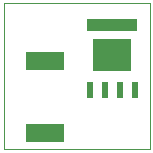
<source format=gtp>
G75*
%MOIN*%
%OFA0B0*%
%FSLAX24Y24*%
%IPPOS*%
%LPD*%
%AMOC8*
5,1,8,0,0,1.08239X$1,22.5*
%
%ADD10C,0.0000*%
%ADD11R,0.0236X0.0551*%
%ADD12R,0.1654X0.0433*%
%ADD13R,0.1299X0.1063*%
%ADD14R,0.1299X0.0591*%
D10*
X000475Y000600D02*
X000475Y005470D01*
X005342Y005470D01*
X005342Y000600D01*
X000475Y000600D01*
D11*
X003350Y002566D03*
X003850Y002566D03*
X004350Y002566D03*
X004850Y002566D03*
D12*
X004100Y004758D03*
D13*
X004100Y003735D03*
D14*
X001850Y003551D03*
X001850Y001149D03*
M02*

</source>
